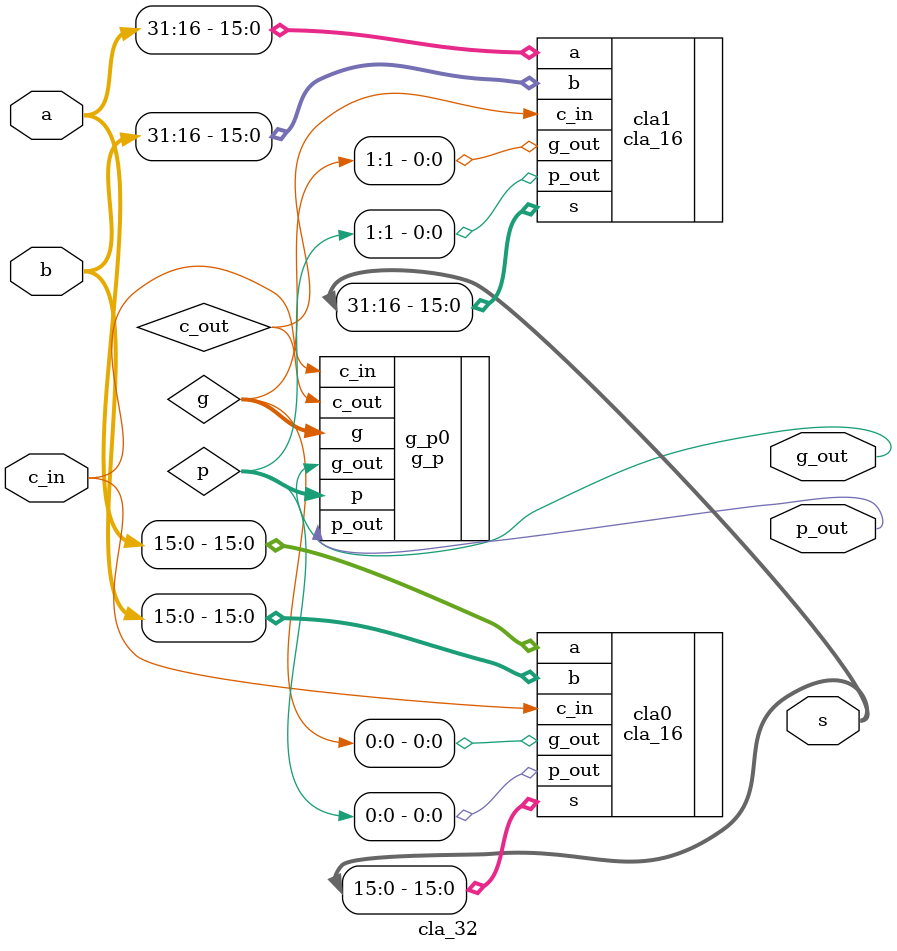
<source format=v>
`timescale 1ns / 1ps


module cla_32(
    input [31:0] a,
    input [31:0] b,
    input c_in,
    output g_out,
    output p_out,
    output [31:0] s
    );

    wire [1:0] g, p;
    wire c_out;

    cla_16 cla0(.a(a[15:0]), .b(b[15:0]), .c_in(c_in), .g_out(g[0]), .p_out(p[0]), .s(s[15:0]));
    cla_16 cla1(.a(a[31:16]), .b(b[31:16]), .c_in(c_out), .g_out(g[1]), .p_out(p[1]), .s(s[31:16]));
    g_p g_p0(.g(g), .p(p), .c_in(c_in), .g_out(g_out), .p_out(p_out), .c_out(c_out));
endmodule

</source>
